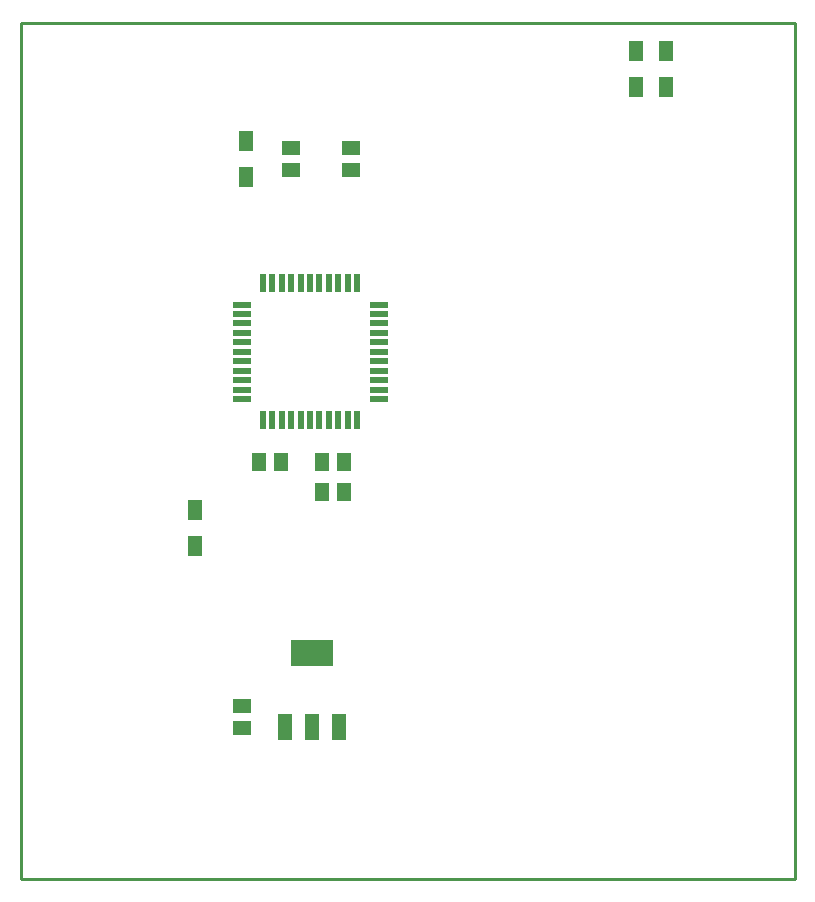
<source format=gbp>
G75*
%MOIN*%
%OFA0B0*%
%FSLAX25Y25*%
%IPPOS*%
%LPD*%
%AMOC8*
5,1,8,0,0,1.08239X$1,22.5*
%
%ADD10C,0.00000*%
%ADD11C,0.01000*%
%ADD12R,0.01969X0.05906*%
%ADD13R,0.05906X0.01969*%
%ADD14R,0.04724X0.07087*%
%ADD15R,0.04799X0.08799*%
%ADD16R,0.14173X0.08661*%
%ADD17R,0.05906X0.05118*%
%ADD18R,0.05118X0.05906*%
D10*
X0246800Y0001800D02*
X0259674Y0001800D01*
D11*
X0001800Y0001800D02*
X0001800Y0287233D01*
X0259674Y0287233D01*
X0259674Y0001800D01*
X0001800Y0001800D01*
D12*
X0082416Y0154701D03*
X0085566Y0154701D03*
X0088716Y0154701D03*
X0091865Y0154701D03*
X0095015Y0154701D03*
X0098164Y0154701D03*
X0101314Y0154701D03*
X0104464Y0154701D03*
X0107613Y0154701D03*
X0110763Y0154701D03*
X0113912Y0154701D03*
X0113912Y0200370D03*
X0110763Y0200370D03*
X0107613Y0200370D03*
X0104464Y0200370D03*
X0101314Y0200370D03*
X0098164Y0200370D03*
X0095015Y0200370D03*
X0091865Y0200370D03*
X0088716Y0200370D03*
X0085566Y0200370D03*
X0082416Y0200370D03*
D13*
X0075330Y0193284D03*
X0075330Y0190134D03*
X0075330Y0186984D03*
X0075330Y0183835D03*
X0075330Y0180685D03*
X0075330Y0177536D03*
X0075330Y0174386D03*
X0075330Y0171236D03*
X0075330Y0168087D03*
X0075330Y0164937D03*
X0075330Y0161788D03*
X0120999Y0161788D03*
X0120999Y0164937D03*
X0120999Y0168087D03*
X0120999Y0171236D03*
X0120999Y0174386D03*
X0120999Y0177536D03*
X0120999Y0180685D03*
X0120999Y0183835D03*
X0120999Y0186984D03*
X0120999Y0190134D03*
X0120999Y0193284D03*
D14*
X0076800Y0235898D03*
X0076800Y0247702D03*
X0059800Y0124702D03*
X0059800Y0112898D03*
X0206800Y0265898D03*
X0216800Y0265898D03*
X0216800Y0277702D03*
X0206800Y0277702D03*
D15*
X0107898Y0052599D03*
X0098800Y0052599D03*
X0089702Y0052599D03*
D16*
X0098800Y0077001D03*
D17*
X0075619Y0059540D03*
X0075619Y0052060D03*
X0091800Y0238060D03*
X0091800Y0245540D03*
X0111800Y0245540D03*
X0111800Y0238060D03*
D18*
X0109540Y0140800D03*
X0102060Y0140800D03*
X0102060Y0130800D03*
X0109540Y0130800D03*
X0088540Y0140800D03*
X0081060Y0140800D03*
M02*

</source>
